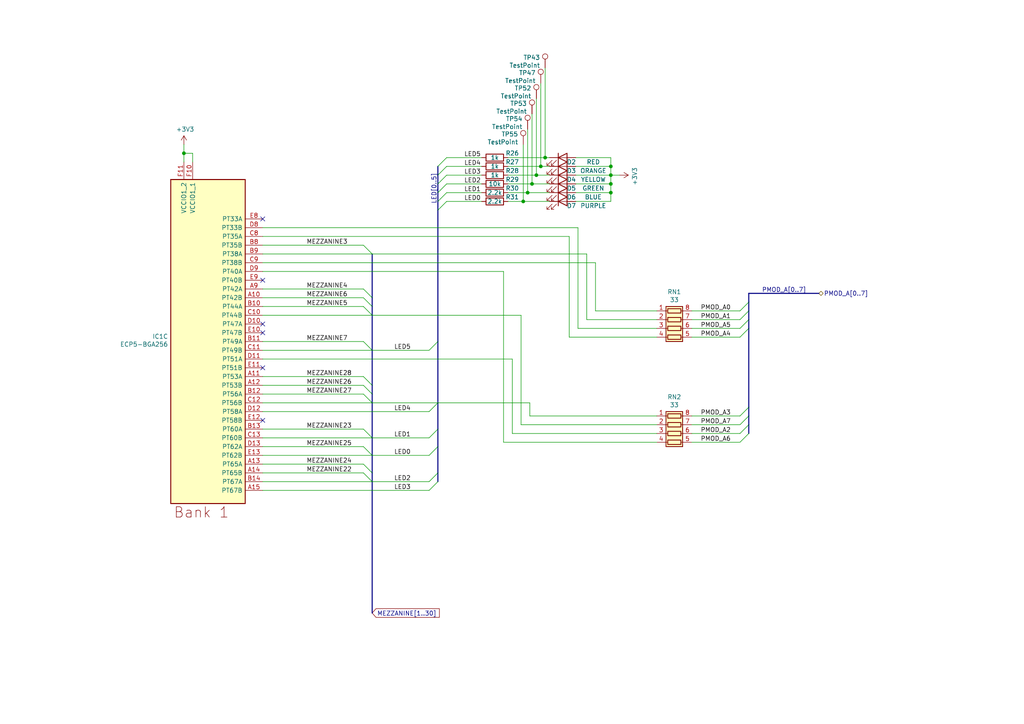
<source format=kicad_sch>
(kicad_sch (version 20211123) (generator eeschema)
  (paper "A4")
  (title_block (title "LUNA USB Multitool") (date "${DATE}") (rev "${VERSION}") (company "Copyright 2019-2023 Great Scott Gadgets") (comment 1 "Licensed under the CERN-OHL-P v2"))
  (lib_symbols
    (symbol "Connector:TestPoint" (pin_numbers hide) (pin_names (offset 0.762) hide)
      (property "Reference" "TP" (at 0 6.858 0))
      (property "Value" "TestPoint" (at 0 5.08 0))
      (symbol "TestPoint_0_1"
        (circle (center 0 3.302) (radius 0.762))
      )
      (symbol "TestPoint_1_1"
        (pin passive line (at 0 0 90) (length 2.54) (name "1") (number "1"))
      )
    )
    (symbol "Device:LED" (pin_numbers hide) (pin_names (offset 1.016) hide)
      (property "Reference" "D" (at 0 2.54 0))
      (property "Value" "LED" (at 0 -2.54 0))
      (symbol "LED_0_1"
        (polyline (pts (xy -1.27 -1.27) (xy -1.27 1.27)) (stroke (width 0.254)))
        (polyline (pts (xy -1.27 0) (xy 1.27 0)))
        (polyline (pts (xy 1.27 -1.27) (xy 1.27 1.27) (xy -1.27 0) (xy 1.27 -1.27)) (stroke (width 0.254)))
        (polyline (pts (xy -3.048 -0.762) (xy -4.572 -2.286) (xy -3.81 -2.286) (xy -4.572 -2.286) (xy -4.572 -1.524)))
        (polyline (pts (xy -1.778 -0.762) (xy -3.302 -2.286) (xy -2.54 -2.286) (xy -3.302 -2.286) (xy -3.302 -1.524)))
      )
      (symbol "LED_1_1"
        (pin passive line (at -3.81 0 0) (length 2.54) (name "K") (number "1"))
        (pin passive line (at 3.81 0 180) (length 2.54) (name "A") (number "2"))
      )
    )
    (symbol "Device:R" (pin_numbers hide) (pin_names (offset 0))
      (property "Reference" "R" (at 2.032 0 90))
      (property "Value" "R" (at 0 0 90))
      (symbol "R_0_1"
        (rectangle (start -1.016 -2.54) (end 1.016 2.54) (stroke (width 0.254)))
      )
      (symbol "R_1_1"
        (pin passive line (at 0 3.81 270) (length 1.27) (name "~") (number "1"))
        (pin passive line (at 0 -3.81 90) (length 1.27) (name "~") (number "2"))
      )
    )
    (symbol "Device:R_Pack04" (pin_names (offset 0) hide)
      (property "Reference" "RN" (at -7.62 0 90))
      (property "Value" "R_Pack04" (at 5.08 0 90))
      (symbol "R_Pack04_0_1"
        (rectangle (start -6.35 -2.413) (end 3.81 2.413) (stroke (width 0.254)) (fill (type background)))
        (rectangle (start -5.715 1.905) (end -4.445 -1.905) (stroke (width 0.254)))
        (rectangle (start -3.175 1.905) (end -1.905 -1.905) (stroke (width 0.254)))
        (rectangle (start -0.635 1.905) (end 0.635 -1.905) (stroke (width 0.254)))
        (polyline (pts (xy -5.08 -2.54) (xy -5.08 -1.905)))
        (polyline (pts (xy -5.08 1.905) (xy -5.08 2.54)))
        (polyline (pts (xy -2.54 -2.54) (xy -2.54 -1.905)))
        (polyline (pts (xy -2.54 1.905) (xy -2.54 2.54)))
        (polyline (pts (xy 0 -2.54) (xy 0 -1.905)))
        (polyline (pts (xy 0 1.905) (xy 0 2.54)))
        (polyline (pts (xy 2.54 -2.54) (xy 2.54 -1.905)))
        (polyline (pts (xy 2.54 1.905) (xy 2.54 2.54)))
        (rectangle (start 1.905 1.905) (end 3.175 -1.905) (stroke (width 0.254)))
      )
      (symbol "R_Pack04_1_1"
        (pin passive line (at -5.08 -5.08 90) (length 2.54) (name "R1.1") (number "1"))
        (pin passive line (at -2.54 -5.08 90) (length 2.54) (name "R2.1") (number "2"))
        (pin passive line (at 0 -5.08 90) (length 2.54) (name "R3.1") (number "3"))
        (pin passive line (at 2.54 -5.08 90) (length 2.54) (name "R4.1") (number "4"))
        (pin passive line (at 2.54 5.08 270) (length 2.54) (name "R4.2") (number "5"))
        (pin passive line (at 0 5.08 270) (length 2.54) (name "R3.2") (number "6"))
        (pin passive line (at -2.54 5.08 270) (length 2.54) (name "R2.2") (number "7"))
        (pin passive line (at -5.08 5.08 270) (length 2.54) (name "R1.2") (number "8"))
      )
    )
    (symbol "fpgas_and_processors:ECP5-BGA256" (pin_names (offset 0.762))
      (property "Reference" "IC" (at -2.54 1.27 0))
      (property "Value" "ECP5-BGA256" (at 10.16 1.27 0))
      (symbol "ECP5-BGA256_1_0"
        (rectangle (start 5.08 0) (end 33.02 -71.12) (stroke (width 0.3048)) (fill (type background)))
      )
      (symbol "ECP5-BGA256_1_1"
        (text "FPGA Supplies" (at 19.05 -76.2 0) (effects (font (size 2.9972 2.9972))))
        (pin power_in line (at 38.1 -2.54 180) (length 5.08) (name "GND_1") (number "A1"))
        (pin power_in line (at 38.1 -5.08 180) (length 5.08) (name "GND_2") (number "A16"))
        (pin power_in line (at 38.1 -10.16 180) (length 5.08) (name "GND_4") (number "D15"))
        (pin power_in line (at 38.1 -7.62 180) (length 5.08) (name "GND_3") (number "D2"))
        (pin power_in line (at 38.1 -12.7 180) (length 5.08) (name "GND_5") (number "F8"))
        (pin power_in line (at 38.1 -15.24 180) (length 5.08) (name "GND_6") (number "F9"))
        (pin power_in line (at 38.1 -20.32 180) (length 5.08) (name "GND_8") (number "G10"))
        (pin power_in line (at 0 -66.04 0) (length 5.08) (name "VCCAUX_1") (number "G11"))
        (pin power_in line (at 0 -2.54 0) (length 5.08) (name "VCC_1") (number "G6"))
        (pin power_in line (at 0 -5.08 0) (length 5.08) (name "VCC_2") (number "G7"))
        (pin power_in line (at 38.1 -17.78 180) (length 5.08) (name "GND_7") (number "G8"))
        (pin power_in line (at 0 -7.62 0) (length 5.08) (name "VCC_3") (number "G9"))
        (pin power_in line (at 38.1 -22.86 180) (length 5.08) (name "GND_9") (number "H1"))
        (pin power_in line (at 38.1 -30.48 180) (length 5.08) (name "GND_12") (number "H10"))
        (pin power_in line (at 38.1 -33.02 180) (length 5.08) (name "GND_13") (number "H16"))
        (pin power_in line (at 38.1 -25.4 180) (length 5.08) (name "GND_10") (number "H8"))
        (pin power_in line (at 38.1 -27.94 180) (length 5.08) (name "GND_11") (number "H9"))
        (pin power_in line (at 38.1 -40.64 180) (length 5.08) (name "GND_16") (number "J10"))
        (pin power_in line (at 38.1 -35.56 180) (length 5.08) (name "GND_14") (number "J8"))
        (pin power_in line (at 38.1 -38.1 180) (length 5.08) (name "GND_15") (number "J9"))
        (pin power_in line (at 38.1 -53.34 180) (length 5.08) (name "GND_21") (number "K10"))
        (pin power_in line (at 38.1 -43.18 180) (length 5.08) (name "GND_17") (number "K6"))
        (pin power_in line (at 38.1 -45.72 180) (length 5.08) (name "GND_18") (number "K7"))
        (pin power_in line (at 38.1 -48.26 180) (length 5.08) (name "GND_19") (number "K8"))
        (pin power_in line (at 38.1 -50.8 180) (length 5.08) (name "GND_20") (number "K9"))
        (pin power_in line (at 0 -15.24 0) (length 5.08) (name "VCC_6") (number "L10"))
        (pin power_in line (at 0 -68.58 0) (length 5.08) (name "VCCAUX_2") (number "L7"))
        (pin power_in line (at 0 -10.16 0) (length 5.08) (name "VCC_4") (number "L8"))
        (pin power_in line (at 0 -12.7 0) (length 5.08) (name "VCC_5") (number "L9"))
        (pin power_in line (at 38.1 -58.42 180) (length 5.08) (name "GND_23") (number "N15"))
        (pin power_in line (at 38.1 -55.88 180) (length 5.08) (name "GND_22") (number "N2"))
        (pin power_in line (at 38.1 -60.96 180) (length 5.08) (name "GND_24") (number "T1"))
        (pin power_in line (at 38.1 -66.04 180) (length 5.08) (name "GND_26") (number "T12"))
        (pin power_in line (at 38.1 -68.58 180) (length 5.08) (name "GND_27") (number "T16"))
        (pin power_in line (at 38.1 -63.5 180) (length 5.08) (name "GND_25") (number "T5"))
      )
      (symbol "ECP5-BGA256_2_1"
        (rectangle (start 0 0) (end 19.05 -74.93) (stroke (width 0.3048)) (fill (type background)))
        (text "Bank 0" (at 10.16 -78.74 0) (effects (font (size 2.9972 2.9972))))
        (pin bidirectional line (at 24.13 -11.43 180) (length 5.08) (name "PT4A") (number "A2"))
        (pin bidirectional line (at 24.13 -16.51 180) (length 5.08) (name "PT6A") (number "A3"))
        (pin bidirectional line (at 24.13 -19.05 180) (length 5.08) (name "PT6B") (number "A4"))
        (pin bidirectional line (at 24.13 -43.18 180) (length 5.08) (name "PT18A") (number "A5"))
        (pin bidirectional line (at 24.13 -45.72 180) (length 5.08) (name "PT18B") (number "A6"))
        (pin bidirectional line (at 24.13 -68.58 180) (length 5.08) (name "PT29A") (number "A7"))
        (pin bidirectional line (at 24.13 -71.12 180) (length 5.08) (name "PT29B") (number "A8"))
        (pin bidirectional line (at 24.13 -13.97 180) (length 5.08) (name "PT4B") (number "B3"))
        (pin bidirectional line (at 24.13 -29.21 180) (length 5.08) (name "PT11B") (number "B4"))
        (pin bidirectional line (at 24.13 -39.37 180) (length 5.08) (name "PT15B") (number "B5"))
        (pin bidirectional line (at 24.13 -55.88 180) (length 5.08) (name "PT22B") (number "B6"))
        (pin bidirectional line (at 24.13 -66.04 180) (length 5.08) (name "PT27B") (number "B7"))
        (pin bidirectional line (at 24.13 -26.67 180) (length 5.08) (name "PT11A") (number "C4"))
        (pin bidirectional line (at 24.13 -36.83 180) (length 5.08) (name "PT15A") (number "C5"))
        (pin bidirectional line (at 24.13 -53.34 180) (length 5.08) (name "PT22A") (number "C6"))
        (pin bidirectional line (at 24.13 -63.5 180) (length 5.08) (name "PT27A") (number "C7"))
        (pin bidirectional line (at 24.13 -24.13 180) (length 5.08) (name "PT9B") (number "D4"))
        (pin bidirectional line (at 24.13 -34.29 180) (length 5.08) (name "PT13B") (number "D5"))
        (pin bidirectional line (at 24.13 -50.8 180) (length 5.08) (name "PT20B") (number "D6"))
        (pin bidirectional line (at 24.13 -60.96 180) (length 5.08) (name "PT24B") (number "D7"))
        (pin bidirectional line (at 24.13 -21.59 180) (length 5.08) (name "PT9A") (number "E4"))
        (pin bidirectional line (at 24.13 -31.75 180) (length 5.08) (name "PT13A") (number "E5"))
        (pin bidirectional line (at 24.13 -48.26 180) (length 5.08) (name "PT20A") (number "E6"))
        (pin bidirectional line (at 24.13 -58.42 180) (length 5.08) (name "PT24A") (number "E7"))
        (pin power_in line (at 7.62 5.08 270) (length 5.08) (name "VCCIO0_1") (number "F6"))
        (pin power_in line (at 5.08 5.08 270) (length 5.08) (name "VCCIO0_2") (number "F7"))
      )
      (symbol "ECP5-BGA256_3_0"
        (rectangle (start 0 0) (end 21.59 -93.98) (stroke (width 0.3048)) (fill (type background)))
      )
      (symbol "ECP5-BGA256_3_1"
        (text "Bank 1" (at 8.89 -96.52 0) (effects (font (size 2.9972 2.9972))))
        (pin bidirectional line (at 26.67 -34.29 180) (length 5.08) (name "PT42B") (number "A10"))
        (pin bidirectional line (at 26.67 -57.15 180) (length 5.08) (name "PT53A") (number "A11"))
        (pin bidirectional line (at 26.67 -59.69 180) (length 5.08) (name "PT53B") (number "A12"))
        (pin bidirectional line (at 26.67 -82.55 180) (length 5.08) (name "PT65A") (number "A13"))
        (pin bidirectional line (at 26.67 -85.09 180) (length 5.08) (name "PT65B") (number "A14"))
        (pin bidirectional line (at 26.67 -90.17 180) (length 5.08) (name "PT67B") (number "A15"))
        (pin bidirectional line (at 26.67 -31.75 180) (length 5.08) (name "PT42A") (number "A9"))
        (pin bidirectional line (at 26.67 -36.83 180) (length 5.08) (name "PT44A") (number "B10"))
        (pin bidirectional line (at 26.67 -46.99 180) (length 5.08) (name "PT49A") (number "B11"))
        (pin bidirectional line (at 26.67 -62.23 180) (length 5.08) (name "PT56A") (number "B12"))
        (pin bidirectional line (at 26.67 -72.39 180) (length 5.08) (name "PT60A") (number "B13"))
        (pin bidirectional line (at 26.67 -87.63 180) (length 5.08) (name "PT67A") (number "B14"))
        (pin bidirectional line (at 26.67 -19.05 180) (length 5.08) (name "PT35B") (number "B8"))
        (pin bidirectional line (at 26.67 -21.59 180) (length 5.08) (name "PT38A") (number "B9"))
        (pin bidirectional line (at 26.67 -39.37 180) (length 5.08) (name "PT44B") (number "C10"))
        (pin bidirectional line (at 26.67 -49.53 180) (length 5.08) (name "PT49B") (number "C11"))
        (pin bidirectional line (at 26.67 -64.77 180) (length 5.08) (name "PT56B") (number "C12"))
        (pin bidirectional line (at 26.67 -74.93 180) (length 5.08) (name "PT60B") (number "C13"))
        (pin bidirectional line (at 26.67 -16.51 180) (length 5.08) (name "PT35A") (number "C8"))
        (pin bidirectional line (at 26.67 -24.13 180) (length 5.08) (name "PT38B") (number "C9"))
        (pin bidirectional line (at 26.67 -41.91 180) (length 5.08) (name "PT47A") (number "D10"))
        (pin bidirectional line (at 26.67 -52.07 180) (length 5.08) (name "PT51A") (number "D11"))
        (pin bidirectional line (at 26.67 -67.31 180) (length 5.08) (name "PT58A") (number "D12"))
        (pin bidirectional line (at 26.67 -77.47 180) (length 5.08) (name "PT62A") (number "D13"))
        (pin bidirectional line (at 26.67 -13.97 180) (length 5.08) (name "PT33B") (number "D8"))
        (pin bidirectional line (at 26.67 -26.67 180) (length 5.08) (name "PT40A") (number "D9"))
        (pin bidirectional line (at 26.67 -44.45 180) (length 5.08) (name "PT47B") (number "E10"))
        (pin bidirectional line (at 26.67 -54.61 180) (length 5.08) (name "PT51B") (number "E11"))
        (pin bidirectional line (at 26.67 -69.85 180) (length 5.08) (name "PT58B") (number "E12"))
        (pin bidirectional line (at 26.67 -80.01 180) (length 5.08) (name "PT62B") (number "E13"))
        (pin bidirectional line (at 26.67 -11.43 180) (length 5.08) (name "PT33A") (number "E8"))
        (pin bidirectional line (at 26.67 -29.21 180) (length 5.08) (name "PT40B") (number "E9"))
        (pin power_in line (at 6.35 5.08 270) (length 5.08) (name "VCCIO1_1") (number "F10"))
        (pin power_in line (at 3.81 5.08 270) (length 5.08) (name "VCCIO1_2") (number "F11"))
      )
      (symbol "ECP5-BGA256_4_1"
        (rectangle (start 0 0) (end 19.05 -93.98) (stroke (width 0.3048)) (fill (type background)))
        (text "Bank 2" (at 10.16 -97.79 0) (effects (font (size 2.9972 2.9972))))
        (pin bidirectional line (at 24.13 -13.97 180) (length 5.08) (name "PR2B") (number "B15"))
        (pin bidirectional line (at 24.13 -11.43 180) (length 5.08) (name "PR2A") (number "B16"))
        (pin bidirectional line (at 24.13 -16.51 180) (length 5.08) (name "PR2C") (number "C14"))
        (pin bidirectional line (at 24.13 -24.13 180) (length 5.08) (name "PR5B") (number "C15"))
        (pin bidirectional line (at 24.13 -21.59 180) (length 5.08) (name "PR5A") (number "C16"))
        (pin bidirectional line (at 24.13 -19.05 180) (length 5.08) (name "PR2D") (number "D14"))
        (pin bidirectional line (at 24.13 -31.75 180) (length 5.08) (name "PR8A") (number "D16"))
        (pin bidirectional line (at 24.13 -26.67 180) (length 5.08) (name "PR5C") (number "E14"))
        (pin bidirectional line (at 24.13 -34.29 180) (length 5.08) (name "PR8B") (number "E15"))
        (pin bidirectional line (at 24.13 -49.53 180) (length 5.08) (name "PR11D") (number "E16"))
        (pin bidirectional line (at 24.13 -39.37 180) (length 5.08) (name "PR8D") (number "F12"))
        (pin bidirectional line (at 24.13 -36.83 180) (length 5.08) (name "PR8C") (number "F13"))
        (pin bidirectional line (at 24.13 -29.21 180) (length 5.08) (name "PR5D") (number "F14"))
        (pin bidirectional line (at 24.13 -46.99 180) (length 5.08) (name "PR11C") (number "F15"))
        (pin bidirectional line (at 24.13 -52.07 180) (length 5.08) (name "PR14A") (number "F16"))
        (pin bidirectional line (at 24.13 -41.91 180) (length 5.08) (name "PR11A") (number "G12"))
        (pin bidirectional line (at 24.13 -44.45 180) (length 5.08) (name "PR11B") (number "G13"))
        (pin bidirectional line (at 24.13 -57.15 180) (length 5.08) (name "PR14C") (number "G14"))
        (pin bidirectional line (at 24.13 -54.61 180) (length 5.08) (name "PR14B") (number "G15"))
        (pin bidirectional line (at 24.13 -72.39 180) (length 5.08) (name "PR20A") (number "G16"))
        (pin power_in line (at 3.81 5.08 270) (length 5.08) (name "VCCIO2_1") (number "H11"))
        (pin bidirectional line (at 24.13 -62.23 180) (length 5.08) (name "PR17A") (number "H12"))
        (pin bidirectional line (at 24.13 -64.77 180) (length 5.08) (name "PR17B") (number "H13"))
        (pin bidirectional line (at 24.13 -59.69 180) (length 5.08) (name "PR14D") (number "H14"))
        (pin bidirectional line (at 24.13 -74.93 180) (length 5.08) (name "PR20B") (number "H15"))
        (pin power_in line (at 6.35 5.08 270) (length 5.08) (name "VCCIO2_2") (number "J11"))
        (pin bidirectional line (at 24.13 -69.85 180) (length 5.08) (name "PR17D") (number "J12"))
        (pin bidirectional line (at 24.13 -67.31 180) (length 5.08) (name "PR17C") (number "J13"))
        (pin bidirectional line (at 24.13 -77.47 180) (length 5.08) (name "PR20C") (number "J14"))
        (pin bidirectional line (at 24.13 -85.09 180) (length 5.08) (name "PR23B") (number "J15"))
        (pin bidirectional line (at 24.13 -82.55 180) (length 5.08) (name "PR23A") (number "J16"))
        (pin bidirectional line (at 24.13 -80.01 180) (length 5.08) (name "PR20D") (number "K14"))
        (pin bidirectional line (at 24.13 -90.17 180) (length 5.08) (name "PR23D") (number "K15"))
        (pin bidirectional line (at 24.13 -87.63 180) (length 5.08) (name "PR23C") (number "K16"))
      )
      (symbol "ECP5-BGA256_5_0"
        (rectangle (start 0 0) (end 20.32 -91.44) (stroke (width 0.3048)) (fill (type background)))
      )
      (symbol "ECP5-BGA256_5_1"
        (text "Bank 3" (at 15.24 -96.52 0) (effects (font (size 2.9972 2.9972))))
        (pin power_in line (at 3.81 5.08 270) (length 5.08) (name "VCCIO3_1") (number "K11"))
        (pin bidirectional line (at 25.4 -22.86 180) (length 5.08) (name "PR29B") (number "K12"))
        (pin bidirectional line (at 25.4 -20.32 180) (length 5.08) (name "PR29A") (number "K13"))
        (pin power_in line (at 6.35 5.08 270) (length 5.08) (name "VCCIO3_2") (number "L11"))
        (pin bidirectional line (at 25.4 -27.94 180) (length 5.08) (name "PR29D") (number "L12"))
        (pin bidirectional line (at 25.4 -25.4 180) (length 5.08) (name "PR29C") (number "L13"))
        (pin bidirectional line (at 25.4 -35.56 180) (length 5.08) (name "PR32C") (number "L14"))
        (pin bidirectional line (at 25.4 -12.7 180) (length 5.08) (name "PR26B") (number "L15"))
        (pin bidirectional line (at 25.4 -10.16 180) (length 5.08) (name "PR26A") (number "L16"))
        (pin bidirectional line (at 25.4 -81.28 180) (length 5.08) (name "PR47A") (number "M11"))
        (pin bidirectional line (at 25.4 -76.2 180) (length 5.08) (name "PR44C") (number "M12"))
        (pin bidirectional line (at 25.4 -45.72 180) (length 5.08) (name "PR35C") (number "M13"))
        (pin bidirectional line (at 25.4 -38.1 180) (length 5.08) (name "PR32D") (number "M14"))
        (pin bidirectional line (at 25.4 -17.78 180) (length 5.08) (name "PR26D") (number "M15"))
        (pin bidirectional line (at 25.4 -15.24 180) (length 5.08) (name "PR26C") (number "M16"))
        (pin bidirectional line (at 25.4 -83.82 180) (length 5.08) (name "PR47B") (number "N11"))
        (pin bidirectional line (at 25.4 -78.74 180) (length 5.08) (name "PR44D") (number "N12"))
        (pin bidirectional line (at 25.4 -50.8 180) (length 5.08) (name "PR38A") (number "N13"))
        (pin bidirectional line (at 25.4 -48.26 180) (length 5.08) (name "PR35D") (number "N14"))
        (pin bidirectional line (at 25.4 -30.48 180) (length 5.08) (name "PR32A") (number "N16"))
        (pin bidirectional line (at 25.4 -86.36 180) (length 5.08) (name "PR47C") (number "P11"))
        (pin bidirectional line (at 25.4 -88.9 180) (length 5.08) (name "PR47D") (number "P12"))
        (pin bidirectional line (at 25.4 -60.96 180) (length 5.08) (name "PR41A") (number "P13"))
        (pin bidirectional line (at 25.4 -53.34 180) (length 5.08) (name "PR38B") (number "P14"))
        (pin bidirectional line (at 25.4 -33.02 180) (length 5.08) (name "PR32B") (number "P15"))
        (pin bidirectional line (at 25.4 -40.64 180) (length 5.08) (name "PR35A") (number "P16"))
        (pin bidirectional line (at 25.4 -71.12 180) (length 5.08) (name "PR44A") (number "R12"))
        (pin bidirectional line (at 25.4 -66.04 180) (length 5.08) (name "PR41C") (number "R13"))
        (pin bidirectional line (at 25.4 -63.5 180) (length 5.08) (name "PR41B") (number "R14"))
        (pin bidirectional line (at 25.4 -55.88 180) (length 5.08) (name "PR38C") (number "R15"))
        (pin bidirectional line (at 25.4 -43.18 180) (length 5.08) (name "PR35B") (number "R16"))
        (pin bidirectional line (at 25.4 -73.66 180) (length 5.08) (name "PR44B") (number "T13"))
        (pin bidirectional line (at 25.4 -68.58 180) (length 5.08) (name "PR41D") (number "T14"))
        (pin bidirectional line (at 25.4 -58.42 180) (length 5.08) (name "PR38D") (number "T15"))
      )
      (symbol "ECP5-BGA256_6_1"
        (rectangle (start 0 0) (end 19.05 -106.68) (stroke (width 0.3048)) (fill (type background)))
        (text "Bank 6" (at 11.43 -110.49 0) (effects (font (size 2.9972 2.9972))))
        (pin power_in line (at 3.81 5.08 270) (length 5.08) (name "VCCIO6_1") (number "J6"))
        (pin power_in line (at 6.35 5.08 270) (length 5.08) (name "VCCIO6_2") (number "J7"))
        (pin bidirectional line (at 24.13 -25.4 180) (length 5.08) (name "PL29A") (number "K4"))
        (pin bidirectional line (at 24.13 -27.94 180) (length 5.08) (name "PL29B") (number "K5"))
        (pin bidirectional line (at 24.13 -13.97 180) (length 5.08) (name "PL26A") (number "L1"))
        (pin bidirectional line (at 24.13 -16.51 180) (length 5.08) (name "PL26B") (number "L2"))
        (pin bidirectional line (at 24.13 -41.91 180) (length 5.08) (name "PL32C") (number "L3"))
        (pin bidirectional line (at 24.13 -30.48 180) (length 5.08) (name "PL29C") (number "L4"))
        (pin bidirectional line (at 24.13 -33.02 180) (length 5.08) (name "PL29D") (number "L5"))
        (pin bidirectional line (at 24.13 -19.05 180) (length 5.08) (name "PL26C") (number "M1"))
        (pin bidirectional line (at 24.13 -21.59 180) (length 5.08) (name "PL26D") (number "M2"))
        (pin bidirectional line (at 24.13 -44.45 180) (length 5.08) (name "PL32D") (number "M3"))
        (pin bidirectional line (at 24.13 -53.34 180) (length 5.08) (name "PL35C") (number "M4"))
        (pin bidirectional line (at 24.13 -78.74 180) (length 5.08) (name "PL44C") (number "M5"))
        (pin bidirectional line (at 24.13 -96.52 180) (length 5.08) (name "PL47A") (number "M6"))
        (pin bidirectional line (at 24.13 -36.83 180) (length 5.08) (name "PL32A") (number "N1"))
        (pin bidirectional line (at 24.13 -55.88 180) (length 5.08) (name "PL35D") (number "N3"))
        (pin bidirectional line (at 24.13 -60.96 180) (length 5.08) (name "PL38A") (number "N4"))
        (pin bidirectional line (at 24.13 -81.28 180) (length 5.08) (name "PL44D") (number "N5"))
        (pin bidirectional line (at 24.13 -99.06 180) (length 5.08) (name "PL47B") (number "N6"))
        (pin bidirectional line (at 24.13 -48.26 180) (length 5.08) (name "PL35A") (number "P1"))
        (pin bidirectional line (at 24.13 -39.37 180) (length 5.08) (name "PL32B") (number "P2"))
        (pin bidirectional line (at 24.13 -63.5 180) (length 5.08) (name "PL38B") (number "P3"))
        (pin bidirectional line (at 24.13 -85.09 180) (length 5.08) (name "PL41A") (number "P4"))
        (pin bidirectional line (at 24.13 -101.6 180) (length 5.08) (name "PL47D") (number "P5"))
        (pin bidirectional line (at 24.13 -104.14 180) (length 5.08) (name "PL47C") (number "P6"))
        (pin bidirectional line (at 24.13 -50.8 180) (length 5.08) (name "PL35B") (number "R1"))
        (pin bidirectional line (at 24.13 -66.04 180) (length 5.08) (name "PL38C") (number "R2"))
        (pin bidirectional line (at 24.13 -87.63 180) (length 5.08) (name "PL41B") (number "R3"))
        (pin bidirectional line (at 24.13 -90.17 180) (length 5.08) (name "PL41C") (number "R4"))
        (pin bidirectional line (at 24.13 -73.66 180) (length 5.08) (name "PL44A") (number "R5"))
        (pin bidirectional line (at 24.13 -68.58 180) (length 5.08) (name "PL38D") (number "T2"))
        (pin bidirectional line (at 24.13 -92.71 180) (length 5.08) (name "PL41D") (number "T3"))
        (pin bidirectional line (at 24.13 -76.2 180) (length 5.08) (name "PL44B") (number "T4"))
      )
      (symbol "ECP5-BGA256_7_1"
        (rectangle (start 0 0) (end 20.32 -109.22) (stroke (width 0.3048)) (fill (type background)))
        (text "Bank 7" (at 12.7 -113.03 0) (effects (font (size 2.9972 2.9972))))
        (pin bidirectional line (at 25.4 -10.16 180) (length 5.08) (name "PL2A") (number "B1"))
        (pin bidirectional line (at 25.4 -12.7 180) (length 5.08) (name "PL2B") (number "B2"))
        (pin bidirectional line (at 25.4 -22.86 180) (length 5.08) (name "PL5A") (number "C1"))
        (pin bidirectional line (at 25.4 -25.4 180) (length 5.08) (name "PL5B") (number "C2"))
        (pin bidirectional line (at 25.4 -15.24 180) (length 5.08) (name "PL2C") (number "C3"))
        (pin bidirectional line (at 25.4 -35.56 180) (length 5.08) (name "PL8A") (number "D1"))
        (pin bidirectional line (at 25.4 -17.78 180) (length 5.08) (name "PL2D") (number "D3"))
        (pin bidirectional line (at 25.4 -54.61 180) (length 5.08) (name "PL11D") (number "E1"))
        (pin bidirectional line (at 25.4 -38.1 180) (length 5.08) (name "PL8B") (number "E2"))
        (pin bidirectional line (at 25.4 -27.94 180) (length 5.08) (name "PL5C") (number "E3"))
        (pin bidirectional line (at 25.4 -59.69 180) (length 5.08) (name "PL14A") (number "F1"))
        (pin bidirectional line (at 25.4 -52.07 180) (length 5.08) (name "PL11C") (number "F2"))
        (pin bidirectional line (at 25.4 -30.48 180) (length 5.08) (name "PL5D") (number "F3"))
        (pin bidirectional line (at 25.4 -40.64 180) (length 5.08) (name "PL8C") (number "F4"))
        (pin bidirectional line (at 25.4 -43.18 180) (length 5.08) (name "PL8D") (number "F5"))
        (pin bidirectional line (at 25.4 -82.55 180) (length 5.08) (name "PL20A") (number "G1"))
        (pin bidirectional line (at 25.4 -62.23 180) (length 5.08) (name "PL14B") (number "G2"))
        (pin bidirectional line (at 25.4 -64.77 180) (length 5.08) (name "PL14C") (number "G3"))
        (pin bidirectional line (at 25.4 -49.53 180) (length 5.08) (name "PL11B") (number "G4"))
        (pin bidirectional line (at 25.4 -46.99 180) (length 5.08) (name "PL11A") (number "G5"))
        (pin bidirectional line (at 25.4 -85.09 180) (length 5.08) (name "PL20B") (number "H2"))
        (pin bidirectional line (at 25.4 -67.31 180) (length 5.08) (name "PL14D") (number "H3"))
        (pin bidirectional line (at 25.4 -73.66 180) (length 5.08) (name "PL17B") (number "H4"))
        (pin bidirectional line (at 25.4 -71.12 180) (length 5.08) (name "PL17A") (number "H5"))
        (pin power_in line (at 7.62 5.08 270) (length 5.08) (name "VCCIO7_1") (number "H6"))
        (pin power_in line (at 5.08 5.08 270) (length 5.08) (name "VCCIO7_2") (number "H7"))
        (pin bidirectional line (at 25.4 -95.25 180) (length 5.08) (name "PL23A") (number "J1"))
        (pin bidirectional line (at 25.4 -97.79 180) (length 5.08) (name "PL23B") (number "J2"))
        (pin bidirectional line (at 25.4 -87.63 180) (length 5.08) (name "PL20C") (number "J3"))
        (pin bidirectional line (at 25.4 -76.2 180) (length 5.08) (name "PL17C") (number "J4"))
        (pin bidirectional line (at 25.4 -78.74 180) (length 5.08) (name "PL17D") (number "J5"))
        (pin bidirectional line (at 25.4 -100.33 180) (length 5.08) (name "PL23C") (number "K1"))
        (pin bidirectional line (at 25.4 -102.87 180) (length 5.08) (name "PL23D") (number "K2"))
        (pin bidirectional line (at 25.4 -90.17 180) (length 5.08) (name "PL20D") (number "K3"))
      )
      (symbol "ECP5-BGA256_8_0"
        (text "(Config)" (at 13.97 -97.79 0) (effects (font (size 2.9972 2.9972))))
        (text "Bank 8" (at 13.97 -92.71 0) (effects (font (size 2.9972 2.9972))))
      )
      (symbol "ECP5-BGA256_8_1"
        (rectangle (start 0 0) (end 21.59 -88.9) (stroke (width 0.3048)) (fill (type background)))
        (pin power_in line (at 5.08 5.08 270) (length 5.08) (name "VCCIO8") (number "L6"))
        (pin output line (at 26.67 -57.15 180) (length 5.08) (name "TDO") (number "M10"))
        (pin bidirectional line (at 26.67 -24.13 180) (length 5.08) (name "D2/PB9B") (number "M7"))
        (pin bidirectional line (at 26.67 -39.37 180) (length 5.08) (name "DOUT/CSON/PB15B") (number "M8"))
        (pin bidirectional line (at 26.67 -41.91 180) (length 5.08) (name "WRITEEN/PB18A") (number "M9"))
        (pin input line (at 26.67 -68.58 180) (length 5.08) (name "CFG_0") (number "N10"))
        (pin bidirectional line (at 26.67 -21.59 180) (length 5.08) (name "D3/PB9A") (number "N7"))
        (pin bidirectional line (at 26.67 -36.83 180) (length 5.08) (name "HOLDN/DI/PB15A") (number "N8"))
        (pin bidirectional line (at 26.67 -63.5 180) (length 5.08) (name "MCLK/SCLK/CCLK") (number "N9"))
        (pin input line (at 26.67 -71.12 180) (length 5.08) (name "CFG_1") (number "P10"))
        (pin bidirectional line (at 26.67 -19.05 180) (length 5.08) (name "D4/PICO2/PB6B") (number "P7"))
        (pin bidirectional line (at 26.67 -34.29 180) (length 5.08) (name "CS1N/PB13B") (number "P8"))
        (pin bidirectional line (at 26.67 -80.01 180) (length 5.08) (name "DONE") (number "P9"))
        (pin input line (at 26.67 -73.66 180) (length 5.08) (name "CFG_2") (number "R10"))
        (pin input line (at 26.67 -54.61 180) (length 5.08) (name "TDI") (number "R11"))
        (pin bidirectional line (at 26.67 -13.97 180) (length 5.08) (name "D6/PB4B") (number "R6"))
        (pin bidirectional line (at 26.67 -16.51 180) (length 5.08) (name "D5/POCI2/PB6A") (number "R7"))
        (pin bidirectional line (at 26.67 -31.75 180) (length 5.08) (name "SN/CSN/PB13A") (number "R8"))
        (pin bidirectional line (at 26.67 -85.09 180) (length 5.08) (name "PROGRAMN") (number "R9"))
        (pin input line (at 26.67 -52.07 180) (length 5.08) (name "TCK") (number "T10"))
        (pin input line (at 26.67 -49.53 180) (length 5.08) (name "TMS") (number "T11"))
        (pin bidirectional line (at 26.67 -11.43 180) (length 5.08) (name "D7/PB4A") (number "T6"))
        (pin bidirectional line (at 26.67 -26.67 180) (length 5.08) (name "D1/POCI/PB11A") (number "T7"))
        (pin bidirectional line (at 26.67 -29.21 180) (length 5.08) (name "D0/PICO/PB11B") (number "T8"))
        (pin bidirectional line (at 26.67 -82.55 180) (length 5.08) (name "INITN") (number "T9"))
      )
    )
    (symbol "power:+3V3" (power) (pin_names (offset 0))
      (property "Value" "+3V3" (at 0 3.556 0))
      (symbol "+3V3_0_1"
        (polyline (pts (xy -0.762 1.27) (xy 0 2.54)))
        (polyline (pts (xy 0 0) (xy 0 2.54)))
        (polyline (pts (xy 0 2.54) (xy 0.762 1.27)))
      )
      (symbol "+3V3_1_1"
        (pin power_in line (at 0 0 90) (length 0) hide (name "+3V3") (number "1"))
      )
    )
  )
  (junction (at 153.035 55.88))
  (junction (at 177.165 48.26))
  (junction (at 177.165 55.88))
  (junction (at 155.575 50.8))
  (junction (at 156.845 48.26))
  (junction (at 158.115 45.72))
  (junction (at 53.34 44.45))
  (junction (at 177.165 53.34))
  (junction (at 177.165 50.8))
  (junction (at 154.305 53.34))
  (junction (at 151.765 58.42))
  (no_connect (at 76.2 93.98))
  (no_connect (at 76.2 81.28))
  (no_connect (at 76.2 63.5))
  (no_connect (at 76.2 106.68))
  (no_connect (at 76.2 96.52))
  (no_connect (at 76.2 121.92))
  (bus_entry (at 127 139.7) (size -2.54 2.54))
  (bus_entry (at 127 129.54) (size -2.54 2.54))
  (bus_entry (at 107.95 91.44) (size -2.54 -2.54))
  (bus_entry (at 217.17 87.63) (size -2.54 2.54))
  (bus_entry (at 107.95 86.36) (size -2.54 -2.54))
  (bus_entry (at 107.95 111.76) (size -2.54 -2.54))
  (bus_entry (at 107.95 116.84) (size -2.54 -2.54))
  (bus_entry (at 107.95 73.66) (size -2.54 -2.54))
  (bus_entry (at 217.17 90.17) (size -2.54 2.54))
  (bus_entry (at 129.54 53.34) (size -2.54 2.54))
  (bus_entry (at 129.54 50.8) (size -2.54 2.54))
  (bus_entry (at 127 99.06) (size -2.54 2.54))
  (bus_entry (at 127 124.46) (size -2.54 2.54))
  (bus_entry (at 107.95 137.16) (size -2.54 -2.54))
  (bus_entry (at 107.95 114.3) (size -2.54 -2.54))
  (bus_entry (at 127 137.16) (size -2.54 2.54))
  (bus_entry (at 127 116.84) (size -2.54 2.54))
  (bus_entry (at 217.17 125.73) (size -2.54 2.54))
  (bus_entry (at 217.17 123.19) (size -2.54 2.54))
  (bus_entry (at 129.54 55.88) (size -2.54 2.54))
  (bus_entry (at 107.95 127) (size -2.54 -2.54))
  (bus_entry (at 217.17 120.65) (size -2.54 2.54))
  (bus_entry (at 129.54 58.42) (size -2.54 2.54))
  (bus_entry (at 107.95 88.9) (size -2.54 -2.54))
  (bus_entry (at 217.17 92.71) (size -2.54 2.54))
  (bus_entry (at 217.17 95.25) (size -2.54 2.54))
  (bus_entry (at 129.54 48.26) (size -2.54 2.54))
  (bus_entry (at 129.54 45.72) (size -2.54 2.54))
  (bus_entry (at 107.95 132.08) (size -2.54 -2.54))
  (bus_entry (at 107.95 139.7) (size -2.54 -2.54))
  (bus_entry (at 217.17 118.11) (size -2.54 2.54))
  (bus_entry (at 107.95 101.6) (size -2.54 -2.54))
  (wire (pts (xy 155.575 50.8) (xy 159.385 50.8)))
  (bus (pts (xy 217.17 92.71) (xy 217.17 95.25)))
  (wire (pts (xy 127 116.84) (xy 153.67 116.84)))
  (wire (pts (xy 146.05 78.74) (xy 146.05 128.27)))
  (bus (pts (xy 107.95 86.36) (xy 107.95 88.9)))
  (wire (pts (xy 177.165 45.72) (xy 177.165 48.26)))
  (wire (pts (xy 76.2 104.14) (xy 148.59 104.14)))
  (wire (pts (xy 107.95 127) (xy 124.46 127)))
  (bus (pts (xy 127 55.88) (xy 127 58.42)))
  (wire (pts (xy 146.05 128.27) (xy 190.5 128.27)))
  (bus (pts (xy 107.95 73.66) (xy 107.95 86.36)))
  (wire (pts (xy 76.2 111.76) (xy 105.41 111.76)))
  (wire (pts (xy 156.845 48.26) (xy 159.385 48.26)))
  (wire (pts (xy 172.72 90.17) (xy 190.5 90.17)))
  (wire (pts (xy 53.34 44.45) (xy 55.88 44.45)))
  (wire (pts (xy 107.95 132.08) (xy 76.2 132.08)))
  (wire (pts (xy 107.95 132.08) (xy 124.46 132.08)))
  (wire (pts (xy 76.2 83.82) (xy 105.41 83.82)))
  (wire (pts (xy 153.035 55.88) (xy 159.385 55.88)))
  (wire (pts (xy 129.54 50.8) (xy 139.7 50.8)))
  (wire (pts (xy 200.66 95.25) (xy 214.63 95.25)))
  (wire (pts (xy 167.005 48.26) (xy 177.165 48.26)))
  (wire (pts (xy 76.2 137.16) (xy 105.41 137.16)))
  (wire (pts (xy 177.165 50.8) (xy 179.705 50.8)))
  (wire (pts (xy 107.95 101.6) (xy 76.2 101.6)))
  (bus (pts (xy 107.95 111.76) (xy 107.95 114.3)))
  (bus (pts (xy 107.95 114.3) (xy 107.95 116.84)))
  (wire (pts (xy 200.66 123.19) (xy 214.63 123.19)))
  (wire (pts (xy 167.64 95.25) (xy 190.5 95.25)))
  (wire (pts (xy 76.2 129.54) (xy 105.41 129.54)))
  (wire (pts (xy 76.2 78.74) (xy 146.05 78.74)))
  (wire (pts (xy 214.63 92.71) (xy 200.66 92.71)))
  (wire (pts (xy 151.765 41.91) (xy 151.765 58.42)))
  (bus (pts (xy 217.17 95.25) (xy 217.17 118.11)))
  (wire (pts (xy 154.305 33.02) (xy 154.305 53.34)))
  (wire (pts (xy 76.2 109.22) (xy 105.41 109.22)))
  (wire (pts (xy 107.95 101.6) (xy 124.46 101.6)))
  (bus (pts (xy 217.17 87.63) (xy 217.17 90.17)))
  (wire (pts (xy 129.54 45.72) (xy 139.7 45.72)))
  (wire (pts (xy 107.95 91.44) (xy 151.13 91.44)))
  (wire (pts (xy 165.1 68.58) (xy 165.1 97.79)))
  (wire (pts (xy 76.2 119.38) (xy 124.46 119.38)))
  (bus (pts (xy 107.95 137.16) (xy 107.95 139.7)))
  (bus (pts (xy 127 60.96) (xy 127 99.06)))
  (wire (pts (xy 154.305 53.34) (xy 159.385 53.34)))
  (wire (pts (xy 107.95 116.84) (xy 127 116.84)))
  (wire (pts (xy 165.1 97.79) (xy 190.5 97.79)))
  (wire (pts (xy 76.2 76.2) (xy 172.72 76.2)))
  (wire (pts (xy 53.34 41.91) (xy 53.34 44.45)))
  (bus (pts (xy 107.95 139.7) (xy 107.95 177.8)))
  (wire (pts (xy 214.63 97.79) (xy 200.66 97.79)))
  (wire (pts (xy 170.18 73.66) (xy 170.18 92.71)))
  (wire (pts (xy 167.64 66.04) (xy 167.64 95.25)))
  (bus (pts (xy 127 50.8) (xy 127 53.34)))
  (wire (pts (xy 107.95 139.7) (xy 76.2 139.7)))
  (wire (pts (xy 177.165 48.26) (xy 177.165 50.8)))
  (wire (pts (xy 147.32 58.42) (xy 151.765 58.42)))
  (bus (pts (xy 107.95 127) (xy 107.95 132.08)))
  (wire (pts (xy 76.2 91.44) (xy 107.95 91.44)))
  (bus (pts (xy 107.95 101.6) (xy 107.95 111.76)))
  (wire (pts (xy 139.7 48.26) (xy 129.54 48.26)))
  (wire (pts (xy 76.2 116.84) (xy 107.95 116.84)))
  (wire (pts (xy 177.165 50.8) (xy 177.165 53.34)))
  (wire (pts (xy 76.2 86.36) (xy 105.41 86.36)))
  (bus (pts (xy 217.17 118.11) (xy 217.17 120.65)))
  (wire (pts (xy 167.005 50.8) (xy 177.165 50.8)))
  (wire (pts (xy 76.2 68.58) (xy 165.1 68.58)))
  (wire (pts (xy 155.575 28.575) (xy 155.575 50.8)))
  (wire (pts (xy 153.67 120.65) (xy 190.5 120.65)))
  (bus (pts (xy 127 116.84) (xy 127 124.46)))
  (wire (pts (xy 200.66 120.65) (xy 214.63 120.65)))
  (wire (pts (xy 76.2 134.62) (xy 105.41 134.62)))
  (bus (pts (xy 107.95 116.84) (xy 107.95 127)))
  (wire (pts (xy 129.54 55.88) (xy 139.7 55.88)))
  (wire (pts (xy 148.59 125.73) (xy 190.5 125.73)))
  (wire (pts (xy 172.72 76.2) (xy 172.72 90.17)))
  (bus (pts (xy 127 124.46) (xy 127 129.54)))
  (wire (pts (xy 167.005 45.72) (xy 177.165 45.72)))
  (wire (pts (xy 167.005 53.34) (xy 177.165 53.34)))
  (wire (pts (xy 76.2 99.06) (xy 105.41 99.06)))
  (wire (pts (xy 200.66 128.27) (xy 214.63 128.27)))
  (wire (pts (xy 147.32 53.34) (xy 154.305 53.34)))
  (bus (pts (xy 217.17 85.09) (xy 217.17 87.63)))
  (wire (pts (xy 107.95 73.66) (xy 170.18 73.66)))
  (wire (pts (xy 76.2 124.46) (xy 105.41 124.46)))
  (wire (pts (xy 170.18 92.71) (xy 190.5 92.71)))
  (bus (pts (xy 127 99.06) (xy 127 116.84)))
  (wire (pts (xy 147.32 50.8) (xy 155.575 50.8)))
  (wire (pts (xy 76.2 71.12) (xy 105.41 71.12)))
  (wire (pts (xy 151.13 91.44) (xy 151.13 123.19)))
  (bus (pts (xy 217.17 85.09) (xy 237.49 85.09)))
  (wire (pts (xy 76.2 142.24) (xy 124.46 142.24)))
  (bus (pts (xy 107.95 91.44) (xy 107.95 101.6)))
  (wire (pts (xy 55.88 44.45) (xy 55.88 46.99)))
  (bus (pts (xy 127 48.26) (xy 127 50.8)))
  (bus (pts (xy 217.17 120.65) (xy 217.17 123.19)))
  (wire (pts (xy 153.035 37.465) (xy 153.035 55.88)))
  (wire (pts (xy 158.115 45.72) (xy 158.115 19.685)))
  (wire (pts (xy 151.13 123.19) (xy 190.5 123.19)))
  (bus (pts (xy 107.95 88.9) (xy 107.95 91.44)))
  (bus (pts (xy 217.17 123.19) (xy 217.17 125.73)))
  (wire (pts (xy 139.7 53.34) (xy 129.54 53.34)))
  (wire (pts (xy 177.165 53.34) (xy 177.165 55.88)))
  (bus (pts (xy 127 53.34) (xy 127 55.88)))
  (wire (pts (xy 147.32 45.72) (xy 158.115 45.72)))
  (wire (pts (xy 139.7 58.42) (xy 129.54 58.42)))
  (wire (pts (xy 107.95 127) (xy 76.2 127)))
  (bus (pts (xy 127 129.54) (xy 127 137.16)))
  (wire (pts (xy 158.115 45.72) (xy 159.385 45.72)))
  (wire (pts (xy 147.32 48.26) (xy 156.845 48.26)))
  (wire (pts (xy 167.005 55.88) (xy 177.165 55.88)))
  (wire (pts (xy 76.2 66.04) (xy 167.64 66.04)))
  (wire (pts (xy 76.2 88.9) (xy 105.41 88.9)))
  (wire (pts (xy 200.66 90.17) (xy 214.63 90.17)))
  (bus (pts (xy 107.95 132.08) (xy 107.95 137.16)))
  (bus (pts (xy 127 58.42) (xy 127 60.96)))
  (wire (pts (xy 200.66 125.73) (xy 214.63 125.73)))
  (wire (pts (xy 151.765 58.42) (xy 159.385 58.42)))
  (wire (pts (xy 76.2 73.66) (xy 107.95 73.66)))
  (wire (pts (xy 76.2 114.3) (xy 105.41 114.3)))
  (bus (pts (xy 217.17 90.17) (xy 217.17 92.71)))
  (wire (pts (xy 177.165 55.88) (xy 177.165 58.42)))
  (wire (pts (xy 156.845 24.13) (xy 156.845 48.26)))
  (bus (pts (xy 127 137.16) (xy 127 139.7)))
  (wire (pts (xy 107.95 139.7) (xy 124.46 139.7)))
  (wire (pts (xy 147.32 55.88) (xy 153.035 55.88)))
  (wire (pts (xy 177.165 58.42) (xy 167.005 58.42)))
  (wire (pts (xy 148.59 104.14) (xy 148.59 125.73)))
  (wire (pts (xy 53.34 46.99) (xy 53.34 44.45)))
  (wire (pts (xy 153.67 116.84) (xy 153.67 120.65)))
  (label "PMOD_A3" (at 203.2 120.65 0))
  (label "MEZZANINE24" (at 88.9 134.62 0))
  (label "PMOD_A6" (at 203.2 128.27 0))
  (label "MEZZANINE26" (at 88.9 111.76 0))
  (label "PMOD_A7" (at 203.2 123.19 0))
  (label "LED0" (at 114.3 132.08 0))
  (label "LED2" (at 134.62 53.34 0))
  (label "MEZZANINE28" (at 88.9 109.22 0))
  (label "MEZZANINE6" (at 88.9 86.36 0))
  (label "PMOD_A4" (at 203.2 97.79 0))
  (label "LED4" (at 114.3 119.38 0))
  (label "LED0" (at 134.62 58.42 0))
  (label "PMOD_A5" (at 203.2 95.25 0))
  (label "LED3" (at 114.3 142.24 0))
  (label "LED4" (at 134.62 48.26 0))
  (label "LED5" (at 134.62 45.72 0))
  (label "MEZZANINE7" (at 88.9 99.06 0))
  (label "MEZZANINE22" (at 88.9 137.16 0))
  (label "PMOD_A0" (at 203.2 90.17 0))
  (label "LED1" (at 134.62 55.88 0))
  (label "PMOD_A2" (at 203.2 125.73 0))
  (label "MEZZANINE5" (at 88.9 88.9 0))
  (label "LED[0..5]" (at 127 59.055 90))
  (label "MEZZANINE23" (at 88.9 124.46 0))
  (label "LED3" (at 134.62 50.8 0))
  (label "LED1" (at 114.3 127 0))
  (label "MEZZANINE3" (at 88.9 71.12 0))
  (label "MEZZANINE27" (at 88.9 114.3 0))
  (label "LED5" (at 114.3 101.6 0))
  (label "LED2" (at 114.3 139.7 0))
  (label "MEZZANINE25" (at 88.9 129.54 0))
  (label "MEZZANINE4" (at 88.9 83.82 0))
  (label "PMOD_A[0..7]" (at 220.98 85.09 0))
  (label "PMOD_A1" (at 203.2 92.71 0))
  (global_label "MEZZANINE[1..30]" (shape input) (at 107.95 177.8 0) (property "Intersheet References" "${INTERSHEET_REFS}" (effects hide)))
  (hierarchical_label "PMOD_A[0..7]" (shape bidirectional) (at 237.49 85.09 0))
  (symbol (lib_id "power:+3V3") (at 53.34 41.91 0) (unit 1)
    (property "Reference" "#PWR086" (effects hide))
    (property "Value" "+3V3" (at 53.6956 37.5158 0))
  )
  (symbol (lib_id "Device:R") (at 143.51 53.34 270) (mirror x) (unit 1)
    (property "Reference" "R29" (at 148.59 52.07 90))
    (property "Value" "10k" (at 143.51 53.34 90))
    (property "Footprint" "Resistor_SMD:R_0402_1005Metric" (effects hide))
    (property "Part Number" "RC0402JR-0710KL" (effects hide))
    (property "Substitution" "any equivalent" (effects hide))
    (property "Description" "RES 10K OHM 5% 1/16W 0402" (effects hide))
    (property "Manufacturer" "Yageo" (effects hide))
  )
  (symbol (lib_id "Device:R") (at 143.51 55.88 270) (unit 1)
    (property "Reference" "R30" (at 148.59 54.61 90))
    (property "Value" "2.2k" (at 143.51 55.88 90))
    (property "Footprint" "Resistor_SMD:R_0402_1005Metric" (effects hide))
    (property "Part Number" "RC0402JR-072K2L" (effects hide))
    (property "Substitution" "any equivalent" (effects hide))
    (property "Description" "RES 2.2K OHM 5% 1/16W 0402" (effects hide))
    (property "Manufacturer" "Yageo" (effects hide))
  )
  (symbol (lib_id "Device:R") (at 143.51 58.42 270) (unit 1)
    (property "Reference" "R31" (at 148.59 57.15 90))
    (property "Value" "2.2k" (at 143.51 58.42 90))
    (property "Footprint" "Resistor_SMD:R_0402_1005Metric" (effects hide))
    (property "Part Number" "RC0402JR-072K2L" (effects hide))
    (property "Substitution" "any equivalent" (effects hide))
    (property "Description" "RES 2.2K OHM 5% 1/16W 0402" (effects hide))
    (property "Manufacturer" "Yageo" (effects hide))
  )
  (symbol (lib_id "Device:R") (at 143.51 45.72 270) (unit 1)
    (property "Reference" "R26" (at 148.59 44.45 90))
    (property "Value" "1k" (at 143.51 45.72 90))
    (property "Footprint" "Resistor_SMD:R_0402_1005Metric" (effects hide))
    (property "Part Number" "RC0402JR-071KL" (effects hide))
    (property "Substitution" "any equivalent" (effects hide))
    (property "Description" "RES 1K OHM 5% 1/16W 0402" (effects hide))
    (property "Manufacturer" "Yageo" (effects hide))
  )
  (symbol (lib_id "Device:R") (at 143.51 48.26 270) (unit 1)
    (property "Reference" "R27" (at 148.59 46.99 90))
    (property "Value" "1k" (at 143.51 48.26 90))
    (property "Footprint" "Resistor_SMD:R_0402_1005Metric" (effects hide))
    (property "Part Number" "RC0402JR-071KL" (effects hide))
    (property "Substitution" "any equivalent" (effects hide))
    (property "Description" "RES 1K OHM 5% 1/16W 0402" (effects hide))
    (property "Manufacturer" "Yageo" (effects hide))
  )
  (symbol (lib_id "Device:R") (at 143.51 50.8 270) (unit 1)
    (property "Reference" "R28" (at 148.59 49.53 90))
    (property "Value" "1k" (at 143.51 50.8 90))
    (property "Footprint" "Resistor_SMD:R_0402_1005Metric" (effects hide))
    (property "Part Number" "RC0402JR-071KL" (effects hide))
    (property "Substitution" "any equivalent" (effects hide))
    (property "Description" "RES 1K OHM 5% 1/16W 0402" (effects hide))
    (property "Manufacturer" "Yageo" (effects hide))
  )
  (symbol (lib_id "Device:LED") (at 163.195 45.72 0) (unit 1)
    (property "Reference" "D2" (at 165.735 46.99 0))
    (property "Value" "RED" (at 172.085 46.99 0))
    (property "Footprint" "LED_SMD:LED_0603_1608Metric_Pad1.05x0.95mm_HandSolder" (effects hide))
    (property "Part Number" "OSR50603C1E" (effects hide))
    (property "Manufacturer" "OptoSupply" (effects hide))
    (property "Description" "LED SMD 0603 RED" (effects hide))
  )
  (symbol (lib_id "Device:LED") (at 163.195 50.8 0) (unit 1)
    (property "Reference" "D4" (at 165.735 52.07 0))
    (property "Value" "YELLOW" (at 172.085 52.07 0))
    (property "Footprint" "LED_SMD:LED_0603_1608Metric_Pad1.05x0.95mm_HandSolder" (effects hide))
    (property "Part Number" "E6C0603UYAC1UDA" (effects hide))
    (property "Manufacturer" "EKINGLUX" (effects hide))
    (property "Description" "LED SMD 0603 YELLOW" (effects hide))
  )
  (symbol (lib_id "Device:LED") (at 163.195 53.34 0) (unit 1)
    (property "Reference" "D5" (at 165.735 54.61 0))
    (property "Value" "GREEN" (at 172.085 54.61 0))
    (property "Footprint" "LED_SMD:LED_0603_1608Metric_Pad1.05x0.95mm_HandSolder" (effects hide))
    (property "Part Number" "ORH-G36G" (effects hide))
    (property "Manufacturer" "Orient" (effects hide))
    (property "Description" "LED SMD 0603 GREEN" (effects hide))
  )
  (symbol (lib_id "Device:LED") (at 163.195 55.88 0) (unit 1)
    (property "Reference" "D6" (at 165.735 57.15 0))
    (property "Value" "BLUE" (at 172.085 57.15 0))
    (property "Footprint" "LED_SMD:LED_0603_1608Metric_Pad1.05x0.95mm_HandSolder" (effects hide))
    (property "Part Number" "ORH-B36G" (effects hide))
    (property "Manufacturer" "Orient" (effects hide))
    (property "Description" "LED SMD 0603 BLUE" (effects hide))
  )
  (symbol (lib_id "Device:LED") (at 163.195 58.42 0) (unit 1)
    (property "Reference" "D7" (at 165.735 59.69 0))
    (property "Value" "PURPLE" (at 172.085 59.69 0))
    (property "Footprint" "LED_SMD:LED_0603_1608Metric_Pad1.05x0.95mm_HandSolder" (effects hide))
    (property "Part Number" "OSVX0603C1E" (effects hide))
    (property "Manufacturer" "OptoSupply" (effects hide))
    (property "Description" "LED SMD 0603 VIOLET" (effects hide))
  )
  (symbol (lib_id "power:+3V3") (at 179.705 50.8 270) (unit 1)
    (property "Reference" "#PWR0129" (effects hide))
    (property "Value" "+3V3" (at 184.0992 51.1556 0))
  )
  (symbol (lib_id "Device:LED") (at 163.195 48.26 0) (unit 1)
    (property "Reference" "D3" (at 165.735 49.53 0))
    (property "Value" "ORANGE" (at 172.085 49.53 0))
    (property "Footprint" "LED_SMD:LED_0603_1608Metric_Pad1.05x0.95mm_HandSolder" (effects hide))
    (property "Part Number" "E6C0603SEAC1UDA" (effects hide))
    (property "Manufacturer" "EKINGLUX" (effects hide))
    (property "Description" "LED SMD 0603 ORANGE" (effects hide))
  )
  (symbol (lib_id "Connector:TestPoint") (at 151.765 41.91 0) (mirror y) (unit 1) (in_bom no)
    (property "Reference" "TP55" (at 150.2918 38.9128 0) (effects (justify left)))
    (property "Value" "TestPoint" (at 150.2918 41.1988 0) (effects (justify left)))
    (property "Footprint" "TestPoint:TestPoint_Pad_D1.0mm" (effects hide))
  )
  (symbol (lib_id "Connector:TestPoint") (at 155.575 28.575 0) (mirror y) (unit 1) (in_bom no)
    (property "Reference" "TP52" (at 154.1018 25.5778 0) (effects (justify left)))
    (property "Value" "TestPoint" (at 154.1018 27.8638 0) (effects (justify left)))
    (property "Footprint" "TestPoint:TestPoint_Pad_D1.0mm" (effects hide))
  )
  (symbol (lib_id "Connector:TestPoint") (at 153.035 37.465 0) (mirror y) (unit 1) (in_bom no)
    (property "Reference" "TP54" (at 151.5618 34.4678 0) (effects (justify left)))
    (property "Value" "TestPoint" (at 151.5618 36.7538 0) (effects (justify left)))
    (property "Footprint" "TestPoint:TestPoint_Pad_D1.0mm" (effects hide))
  )
  (symbol (lib_id "fpgas_and_processors:ECP5-BGA256") (at 49.53 52.07 0) (unit 3)
    (property "Reference" "IC1" (at 48.768 97.5868 0) (effects (justify right)))
    (property "Value" "ECP5-BGA256" (at 48.768 99.8728 0) (effects (justify right)))
    (property "Footprint" "luna:lattice_cabga256" (effects hide))
    (property "Description" "FPGA - Field Programmable Gate Array ECP5; 12k LUTs; 1.1V" (effects hide))
    (property "Manufacturer" "Lattice" (effects hide))
    (property "Part Number" "LFE5U-12F-6BG256C" (effects hide))
    (property "Substitution" "LFE5U-12F-*BG256*, LFE5U-25F-*BG256*" (effects hide))
  )
  (symbol (lib_id "Connector:TestPoint") (at 156.845 24.13 0) (mirror y) (unit 1) (in_bom no)
    (property "Reference" "TP47" (at 155.3718 21.1328 0) (effects (justify left)))
    (property "Value" "TestPoint" (at 155.3718 23.4188 0) (effects (justify left)))
    (property "Footprint" "TestPoint:TestPoint_Pad_D1.0mm" (effects hide))
  )
  (symbol (lib_id "Connector:TestPoint") (at 154.305 33.02 0) (mirror y) (unit 1) (in_bom no)
    (property "Reference" "TP53" (at 152.8318 30.0228 0) (effects (justify left)))
    (property "Value" "TestPoint" (at 152.8318 32.3088 0) (effects (justify left)))
    (property "Footprint" "TestPoint:TestPoint_Pad_D1.0mm" (effects hide))
  )
  (symbol (lib_id "Connector:TestPoint") (at 158.115 19.685 0) (mirror y) (unit 1) (in_bom no)
    (property "Reference" "TP43" (at 156.6418 16.6878 0) (effects (justify left)))
    (property "Value" "TestPoint" (at 156.6418 18.9738 0) (effects (justify left)))
    (property "Footprint" "TestPoint:TestPoint_Pad_D1.0mm" (effects hide))
  )
  (symbol (lib_id "Device:R_Pack04") (at 195.58 125.73 270) (unit 1)
    (property "Reference" "RN2" (at 195.58 115.1382 90))
    (property "Value" "33" (at 195.58 117.4496 90))
    (property "Footprint" "Resistor_SMD:R_Array_Convex_4x0402" (effects hide))
    (property "Description" "RES ARRAY 4 RES 33 OHM 0804" (effects hide))
    (property "Manufacturer" "Yageo" (effects hide))
    (property "Part Number" "YC124-JR-0733RL" (effects hide))
    (property "Substitution" "any equivalent" (effects hide))
  )
  (symbol (lib_id "Device:R_Pack04") (at 195.58 95.25 270) (unit 1)
    (property "Reference" "RN1" (at 195.58 84.6582 90))
    (property "Value" "33" (at 195.58 86.9696 90))
    (property "Footprint" "Resistor_SMD:R_Array_Convex_4x0402" (effects hide))
    (property "Description" "RES ARRAY 4 RES 33 OHM 0804" (effects hide))
    (property "Manufacturer" "Yageo" (effects hide))
    (property "Part Number" "YC124-JR-0733RL" (effects hide))
    (property "Substitution" "any equivalent" (effects hide))
  )
)
</source>
